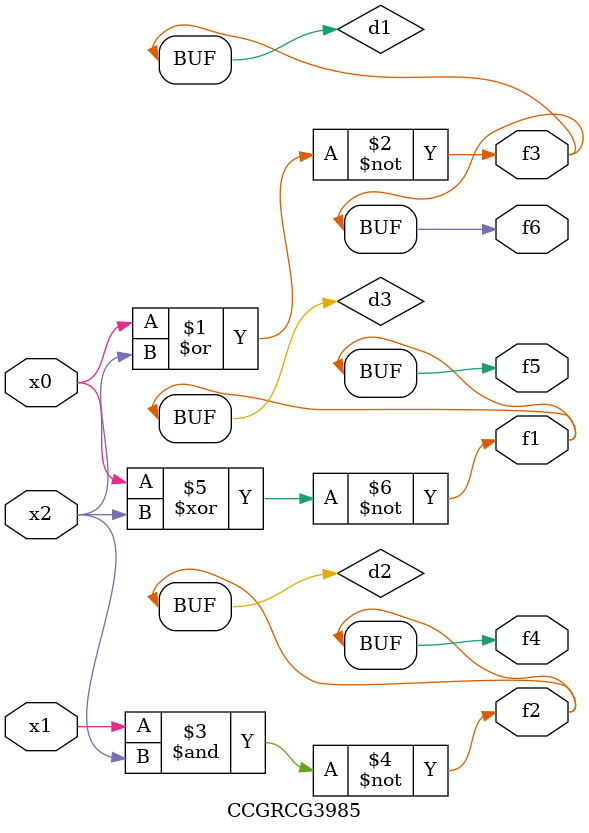
<source format=v>
module CCGRCG3985(
	input x0, x1, x2,
	output f1, f2, f3, f4, f5, f6
);

	wire d1, d2, d3;

	nor (d1, x0, x2);
	nand (d2, x1, x2);
	xnor (d3, x0, x2);
	assign f1 = d3;
	assign f2 = d2;
	assign f3 = d1;
	assign f4 = d2;
	assign f5 = d3;
	assign f6 = d1;
endmodule

</source>
